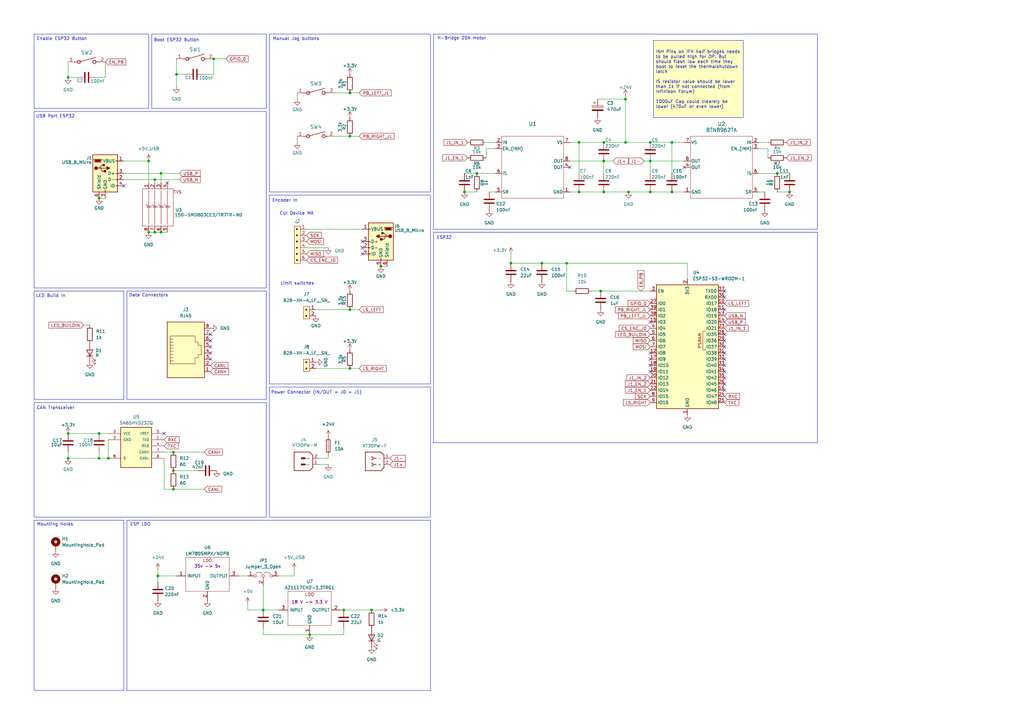
<source format=kicad_sch>
(kicad_sch (version 20231120) (generator "eeschema") (generator_version "8.0")
  (paper "A3")
  (title_block (title "Arm drive J0, j1") (rev "1") (company "Philippe Michaud") (comment 2 "Rev1: Added fuse to 24V in and to both h-bridges"))
  (junction (at 257.81 78.74))
  (junction (at 323.85 78.74))
  (junction (at 246.38 119.38))
  (junction (at 222.25 107.95))
  (junction (at 152.4 250.19))
  (junction (at 237.49 78.74))
  (junction (at 143.51 38.1))
  (junction (at 140.97 250.19))
  (junction (at 60.96 95.25))
  (junction (at 143.51 127))
  (junction (at 71.12 193.04))
  (junction (at 156.21 109.22))
  (junction (at 44.45 187.96))
  (junction (at 190.5 78.74))
  (junction (at 27.94 177.8))
  (junction (at 266.7 66.04))
  (junction (at 127 260.35))
  (junction (at 66.04 95.25))
  (junction (at 318.77 71.12))
  (junction (at 71.12 200.66))
  (junction (at 60.96 66.04))
  (junction (at 237.49 58.42))
  (junction (at 143.51 55.88))
  (junction (at 40.64 81.28))
  (junction (at 72.39 30.48))
  (junction (at 40.64 187.96))
  (junction (at 275.59 58.42))
  (junction (at 209.55 107.95))
  (junction (at 27.94 31.75))
  (junction (at 275.59 78.74))
  (junction (at 63.5 95.25))
  (junction (at 87.63 24.13))
  (junction (at 256.54 40.64))
  (junction (at 66.04 71.12))
  (junction (at 195.58 71.12))
  (junction (at 266.7 78.74))
  (junction (at 71.12 185.42))
  (junction (at 266.7 58.42))
  (junction (at 107.95 250.19))
  (junction (at 143.51 151.13))
  (junction (at 256.54 58.42))
  (junction (at 232.41 107.95))
  (junction (at 247.65 78.74))
  (junction (at 27.94 187.96))
  (junction (at 63.5 73.66))
  (junction (at 64.77 236.22))
  (junction (at 247.65 66.04))
  (junction (at 247.65 58.42))
  (junction (at 40.64 177.8))
  (no_connect (at 266.7 149.86))
  (no_connect (at 297.18 154.94))
  (no_connect (at 67.31 177.8))
  (no_connect (at 297.18 121.92))
  (no_connect (at 86.36 147.32))
  (no_connect (at 297.18 160.02))
  (no_connect (at 297.18 152.4))
  (no_connect (at 148.59 104.14))
  (no_connect (at 297.18 139.7))
  (no_connect (at 50.8 76.2))
  (no_connect (at 297.18 127))
  (no_connect (at 297.18 119.38))
  (no_connect (at 68.58 74.93))
  (no_connect (at 266.7 152.4))
  (no_connect (at 266.7 144.78))
  (no_connect (at 297.18 157.48))
  (no_connect (at 86.36 142.24))
  (no_connect (at 297.18 137.16))
  (no_connect (at 86.36 137.16))
  (no_connect (at 148.59 101.6))
  (no_connect (at 233.68 68.58))
  (no_connect (at 86.36 139.7))
  (no_connect (at 280.67 68.58))
  (no_connect (at 266.7 132.08))
  (no_connect (at 86.36 144.78))
  (no_connect (at 266.7 147.32))
  (no_connect (at 297.18 147.32))
  (no_connect (at 297.18 144.78))
  (no_connect (at 297.18 142.24))
  (no_connect (at 148.59 99.06))
  (no_connect (at 297.18 149.86))
  (wire (pts (xy 27.94 31.75) (xy 31.75 31.75)))
  (wire (pts (xy 92.71 24.13) (xy 87.63 24.13)))
  (wire (pts (xy 143.51 38.1) (xy 137.16 38.1)))
  (wire (pts (xy 63.5 73.66) (xy 73.66 73.66)))
  (wire (pts (xy 313.69 78.74) (xy 311.15 78.74)))
  (wire (pts (xy 242.57 119.38) (xy 246.38 119.38)))
  (wire (pts (xy 66.04 71.12) (xy 66.04 74.93)))
  (wire (pts (xy 281.94 107.95) (xy 281.94 114.3)))
  (wire (pts (xy 44.45 180.34) (xy 44.45 187.96)))
  (wire (pts (xy 125.73 93.98) (xy 148.59 93.98)))
  (wire (pts (xy 266.7 58.42) (xy 275.59 58.42)))
  (wire (pts (xy 275.59 58.42) (xy 280.67 58.42)))
  (wire (pts (xy 190.5 78.74) (xy 195.58 78.74)))
  (wire (pts (xy 195.58 71.12) (xy 203.2 71.12)))
  (wire (pts (xy 64.77 236.22) (xy 72.39 236.22)))
  (wire (pts (xy 107.95 240.03) (xy 107.95 250.19)))
  (wire (pts (xy 237.49 58.42) (xy 237.49 71.12)))
  (wire (pts (xy 72.39 35.56) (xy 72.39 30.48)))
  (wire (pts (xy 72.39 30.48) (xy 72.39 24.13)))
  (wire (pts (xy 140.97 257.81) (xy 140.97 260.35)))
  (wire (pts (xy 266.7 66.04) (xy 266.7 71.12)))
  (wire (pts (xy 121.92 40.64) (xy 121.92 38.1)))
  (wire (pts (xy 66.04 71.12) (xy 73.66 71.12)))
  (wire (pts (xy 209.55 107.95) (xy 222.25 107.95)))
  (wire (pts (xy 40.64 187.96) (xy 44.45 187.96)))
  (wire (pts (xy 257.81 78.74) (xy 266.7 78.74)))
  (wire (pts (xy 237.49 78.74) (xy 247.65 78.74)))
  (wire (pts (xy 60.96 66.04) (xy 60.96 74.93)))
  (wire (pts (xy 256.54 58.42) (xy 266.7 58.42)))
  (wire (pts (xy 50.8 71.12) (xy 66.04 71.12)))
  (wire (pts (xy 107.95 250.19) (xy 114.3 250.19)))
  (wire (pts (xy 83.82 30.48) (xy 87.63 30.48)))
  (wire (pts (xy 147.32 127) (xy 143.51 127)))
  (wire (pts (xy 140.97 260.35) (xy 127 260.35)))
  (wire (pts (xy 130.81 187.96) (xy 134.62 187.96)))
  (wire (pts (xy 143.51 127) (xy 129.54 127)))
  (wire (pts (xy 64.77 236.22) (xy 64.77 238.76)))
  (wire (pts (xy 246.38 119.38) (xy 266.7 119.38)))
  (wire (pts (xy 314.96 58.42) (xy 311.15 58.42)))
  (wire (pts (xy 222.25 107.95) (xy 232.41 107.95)))
  (wire (pts (xy 199.39 60.96) (xy 203.2 60.96)))
  (wire (pts (xy 87.63 30.48) (xy 87.63 24.13)))
  (wire (pts (xy 71.12 200.66) (xy 67.31 200.66)))
  (wire (pts (xy 107.95 257.81) (xy 107.95 260.35)))
  (wire (pts (xy 233.68 78.74) (xy 237.49 78.74)))
  (wire (pts (xy 233.68 66.04) (xy 247.65 66.04)))
  (wire (pts (xy 256.54 39.37) (xy 256.54 40.64)))
  (wire (pts (xy 275.59 58.42) (xy 275.59 71.12)))
  (wire (pts (xy 121.92 58.42) (xy 121.92 55.88)))
  (wire (pts (xy 156.21 250.19) (xy 152.4 250.19)))
  (wire (pts (xy 83.82 185.42) (xy 71.12 185.42)))
  (wire (pts (xy 199.39 58.42) (xy 203.2 58.42)))
  (wire (pts (xy 199.39 64.77) (xy 199.39 60.96)))
  (wire (pts (xy 120.65 236.22) (xy 114.3 236.22)))
  (wire (pts (xy 318.77 71.12) (xy 311.15 71.12)))
  (wire (pts (xy 137.16 55.88) (xy 143.51 55.88)))
  (wire (pts (xy 127 260.35) (xy 107.95 260.35)))
  (wire (pts (xy 120.65 233.68) (xy 120.65 236.22)))
  (wire (pts (xy 67.31 200.66) (xy 67.31 187.96)))
  (wire (pts (xy 281.94 107.95) (xy 232.41 107.95)))
  (wire (pts (xy 129.54 151.13) (xy 143.51 151.13)))
  (wire (pts (xy 40.64 81.28) (xy 43.18 81.28)))
  (wire (pts (xy 27.94 25.4) (xy 27.94 31.75)))
  (wire (pts (xy 101.6 247.65) (xy 101.6 250.19)))
  (wire (pts (xy 36.83 133.35) (xy 34.29 133.35)))
  (wire (pts (xy 152.4 250.19) (xy 140.97 250.19)))
  (wire (pts (xy 66.04 95.25) (xy 68.58 95.25)))
  (wire (pts (xy 275.59 78.74) (xy 280.67 78.74)))
  (wire (pts (xy 83.82 200.66) (xy 71.12 200.66)))
  (wire (pts (xy 147.32 151.13) (xy 143.51 151.13)))
  (wire (pts (xy 264.16 66.04) (xy 266.7 66.04)))
  (wire (pts (xy 256.54 40.64) (xy 256.54 58.42)))
  (wire (pts (xy 67.31 185.42) (xy 71.12 185.42)))
  (wire (pts (xy 130.81 190.5) (xy 134.62 190.5)))
  (wire (pts (xy 156.21 109.22) (xy 158.75 109.22)))
  (wire (pts (xy 60.96 95.25) (xy 63.5 95.25)))
  (wire (pts (xy 43.18 31.75) (xy 43.18 25.4)))
  (wire (pts (xy 247.65 78.74) (xy 257.81 78.74)))
  (wire (pts (xy 314.96 60.96) (xy 311.15 60.96)))
  (wire (pts (xy 27.94 187.96) (xy 40.64 187.96)))
  (wire (pts (xy 247.65 66.04) (xy 251.46 66.04)))
  (wire (pts (xy 40.64 177.8) (xy 44.45 177.8)))
  (wire (pts (xy 247.65 66.04) (xy 247.65 71.12)))
  (wire (pts (xy 27.94 177.8) (xy 40.64 177.8)))
  (wire (pts (xy 39.37 31.75) (xy 43.18 31.75)))
  (wire (pts (xy 134.62 186.69) (xy 134.62 187.96)))
  (wire (pts (xy 134.62 101.6) (xy 125.73 101.6)))
  (wire (pts (xy 245.11 40.64) (xy 256.54 40.64)))
  (wire (pts (xy 247.65 58.42) (xy 256.54 58.42)))
  (wire (pts (xy 27.94 185.42) (xy 27.94 187.96)))
  (wire (pts (xy 232.41 107.95) (xy 232.41 119.38)))
  (wire (pts (xy 50.8 66.04) (xy 60.96 66.04)))
  (wire (pts (xy 232.41 119.38) (xy 234.95 119.38)))
  (wire (pts (xy 64.77 233.68) (xy 64.77 236.22)))
  (wire (pts (xy 101.6 250.19) (xy 107.95 250.19)))
  (wire (pts (xy 323.85 71.12) (xy 318.77 71.12)))
  (wire (pts (xy 81.28 193.04) (xy 71.12 193.04)))
  (wire (pts (xy 190.5 71.12) (xy 195.58 71.12)))
  (wire (pts (xy 97.79 236.22) (xy 101.6 236.22)))
  (wire (pts (xy 63.5 73.66) (xy 63.5 74.93)))
  (wire (pts (xy 143.51 55.88) (xy 147.32 55.88)))
  (wire (pts (xy 209.55 104.14) (xy 209.55 107.95)))
  (wire (pts (xy 50.8 73.66) (xy 63.5 73.66)))
  (wire (pts (xy 200.66 78.74) (xy 203.2 78.74)))
  (wire (pts (xy 40.64 185.42) (xy 40.64 187.96)))
  (wire (pts (xy 140.97 250.19) (xy 139.7 250.19)))
  (wire (pts (xy 147.32 38.1) (xy 143.51 38.1)))
  (wire (pts (xy 233.68 58.42) (xy 237.49 58.42)))
  (wire (pts (xy 266.7 78.74) (xy 275.59 78.74)))
  (wire (pts (xy 314.96 64.77) (xy 314.96 60.96)))
  (wire (pts (xy 237.49 58.42) (xy 247.65 58.42)))
  (wire (pts (xy 63.5 95.25) (xy 66.04 95.25)))
  (wire (pts (xy 266.7 66.04) (xy 280.67 66.04)))
  (wire (pts (xy 323.85 78.74) (xy 318.77 78.74)))
  (wire (pts (xy 76.2 30.48) (xy 72.39 30.48)))
  (rectangle (start 110.49 13.97) (end 176.53 78.74))
  (rectangle (start 62.23 13.97) (end 109.22 44.45))
  (rectangle (start 13.97 119.38) (end 50.8 163.83))
  (rectangle (start 177.8 95.25) (end 335.28 181.61))
  (rectangle (start 110.49 158.75) (end 176.53 212.09))
  (rectangle (start 13.97 213.36) (end 50.8 283.21))
  (rectangle (start 177.8 13.97) (end 335.28 93.98))
  (rectangle (start 13.97 45.72) (end 109.22 118.11))
  (rectangle (start 13.97 13.97) (end 60.96 44.45))
  (rectangle (start 13.97 165.1) (end 109.22 212.09))
  (rectangle (start 52.07 119.38) (end 109.22 163.83))
  (rectangle (start 52.07 213.36) (end 176.53 283.21))
  (rectangle (start 110.49 80.01) (end 176.53 157.48))
  (text_box "INH Pins on IFX half bridges needs to be pulled high for OP. But should flash low each time they boot to reset the thermalshutdown latch\n\nIS resistor value should be lower than 1k if not connected (from Infinieon Forum)\n\n1000uF Cap could clearely be lower (470uF or even lower)" (at 267.97 16.51 0) (size 36.83 31.75) (fill (type color) (color 255 255 194 1)) (effects (font (size 1.27 1.27)) (justify left)))
  (text "Boot ESP32 Button" (at 72.39 16.51 0) (effects (font (size 1.27 1.27))))
  (text "LED Build In" (at 14.732 121.412 0) (effects (font (size 1.27 1.27)) (justify left)))
  (text "Enable ESP32 Button" (at 25.4 16.002 0) (effects (font (size 1.27 1.27))))
  (text "CAN Transceiver" (at 14.986 167.386 0) (effects (font (size 1.27 1.27)) (justify left)))
  (text "Encoder In" (at 116.84 82.296 0) (effects (font (size 1.27 1.27))))
  (text "Limit switches" (at 121.92 116.332 0) (effects (font (size 1.27 1.27))))
  (text "Power Connector (IN/OUT + J0 + J1)" (at 129.794 161.036 0) (effects (font (size 1.27 1.27))))
  (text "ESP LDO" (at 53.34 215.138 0) (effects (font (size 1.27 1.27)) (justify left)))
  (text "Manual Jog buttons" (at 121.412 16.002 0) (effects (font (size 1.27 1.27))))
  (text "Data Connectors" (at 60.96 121.158 0) (effects (font (size 1.27 1.27))))
  (text "H-Bridge 20A motor" (at 179.324 15.748 0) (effects (font (size 1.27 1.27)) (justify left)))
  (text "Mounting Holes" (at 22.606 215.138 0) (effects (font (size 1.27 1.27))))
  (text "USB Port ESP32" (at 14.732 47.752 0) (effects (font (size 1.27 1.27)) (justify left)))
  (text "CUI Device MA" (at 121.666 87.63 0) (effects (font (size 1.27 1.27))))
  (text "ESP32" (at 179.07 97.536 0) (effects (font (size 1.27 1.27)) (justify left)))
  (global_label "CANH" (shape input) (at 86.36 152.4 0) (property "Intersheetrefs" "${INTERSHEET_REFS}" (effects (hide yes))))
  (global_label "J1+" (shape input) (at 251.46 66.04 0) (property "Intersheetrefs" "${INTERSHEET_REFS}" (effects (hide yes))))
  (global_label "SCK" (shape input) (at 125.73 96.52 0) (property "Intersheetrefs" "${INTERSHEET_REFS}" (effects (hide yes))))
  (global_label "J1_EN_2" (shape input) (at 322.58 64.77 0) (property "Intersheetrefs" "${INTERSHEET_REFS}" (effects (hide yes))))
  (global_label "PB_LEFT_JL" (shape input) (at 266.7 129.54 180) (property "Intersheetrefs" "${INTERSHEET_REFS}" (effects (hide yes))))
  (global_label "MOSI" (shape input) (at 266.7 142.24 180) (property "Intersheetrefs" "${INTERSHEET_REFS}" (effects (hide yes))))
  (global_label "J1_IN_1" (shape input) (at 191.77 58.42 180) (property "Intersheetrefs" "${INTERSHEET_REFS}" (effects (hide yes))))
  (global_label "J1-" (shape input) (at 264.16 66.04 180) (property "Intersheetrefs" "${INTERSHEET_REFS}" (effects (hide yes))))
  (global_label "MOSI" (shape input) (at 125.73 99.06 0) (property "Intersheetrefs" "${INTERSHEET_REFS}" (effects (hide yes))))
  (global_label "PB_RIGHT_JL" (shape input) (at 147.32 55.88 0) (property "Intersheetrefs" "${INTERSHEET_REFS}" (effects (hide yes))))
  (global_label "SCK" (shape input) (at 266.7 162.56 180) (property "Intersheetrefs" "${INTERSHEET_REFS}" (effects (hide yes))))
  (global_label "RXC" (shape input) (at 297.18 162.56 0) (property "Intersheetrefs" "${INTERSHEET_REFS}" (effects (hide yes))))
  (global_label "USB_N" (shape input) (at 297.18 129.54 0) (property "Intersheetrefs" "${INTERSHEET_REFS}" (effects (hide yes))))
  (global_label "PB_LEFT_JL" (shape input) (at 147.32 38.1 0) (property "Intersheetrefs" "${INTERSHEET_REFS}" (effects (hide yes))))
  (global_label "USB_P" (shape input) (at 73.66 71.12 0) (property "Intersheetrefs" "${INTERSHEET_REFS}" (effects (hide yes))))
  (global_label "CANL" (shape input) (at 83.82 200.66 0) (property "Intersheetrefs" "${INTERSHEET_REFS}" (effects (hide yes))))
  (global_label "J1-" (shape input) (at 160.02 187.96 0) (property "Intersheetrefs" "${INTERSHEET_REFS}" (effects (hide yes))))
  (global_label "CANL" (shape input) (at 86.36 149.86 0) (property "Intersheetrefs" "${INTERSHEET_REFS}" (effects (hide yes))))
  (global_label "LS_RIGHT" (shape input) (at 147.32 151.13 0) (property "Intersheetrefs" "${INTERSHEET_REFS}" (effects (hide yes))))
  (global_label "GPIO_0" (shape input) (at 92.71 24.13 0) (property "Intersheetrefs" "${INTERSHEET_REFS}" (effects (hide yes))))
  (global_label "RXC" (shape input) (at 67.31 180.34 0) (property "Intersheetrefs" "${INTERSHEET_REFS}" (effects (hide yes))))
  (global_label "J1_EN_2" (shape input) (at 266.7 157.48 180) (property "Intersheetrefs" "${INTERSHEET_REFS}" (effects (hide yes))))
  (global_label "GPIO_0" (shape input) (at 266.7 124.46 180) (property "Intersheetrefs" "${INTERSHEET_REFS}" (effects (hide yes))))
  (global_label "LED_BUILDIN" (shape input) (at 34.29 133.35 180) (property "Intersheetrefs" "${INTERSHEET_REFS}" (effects (hide yes))))
  (global_label "TXC" (shape input) (at 67.31 182.88 0) (property "Intersheetrefs" "${INTERSHEET_REFS}" (effects (hide yes))))
  (global_label "J1_IN_1" (shape input) (at 297.18 134.62 0) (property "Intersheetrefs" "${INTERSHEET_REFS}" (effects (hide yes))))
  (global_label "J1_IN_2" (shape input) (at 266.7 154.94 180) (property "Intersheetrefs" "${INTERSHEET_REFS}" (effects (hide yes))))
  (global_label "USB_N" (shape input) (at 73.66 73.66 0) (property "Intersheetrefs" "${INTERSHEET_REFS}" (effects (hide yes))))
  (global_label "CS_ENC_J0" (shape input) (at 266.7 134.62 180) (property "Intersheetrefs" "${INTERSHEET_REFS}" (effects (hide yes))))
  (global_label "EN_PB" (shape input) (at 43.18 25.4 0) (property "Intersheetrefs" "${INTERSHEET_REFS}" (effects (hide yes))))
  (global_label "J1+" (shape input) (at 160.02 190.5 0) (property "Intersheetrefs" "${INTERSHEET_REFS}" (effects (hide yes))))
  (global_label "EN_PB" (shape input) (at 262.89 119.38 90) (property "Intersheetrefs" "${INTERSHEET_REFS}" (effects (hide yes))))
  (global_label "CS_ENC_J0" (shape input) (at 125.73 106.68 0) (property "Intersheetrefs" "${INTERSHEET_REFS}" (effects (hide yes))))
  (global_label "J1_EN_1" (shape input) (at 266.7 160.02 180) (property "Intersheetrefs" "${INTERSHEET_REFS}" (effects (hide yes))))
  (global_label "PB_RIGHT_JL" (shape input) (at 266.7 127 180) (property "Intersheetrefs" "${INTERSHEET_REFS}" (effects (hide yes))))
  (global_label "CANH" (shape input) (at 83.82 185.42 0) (property "Intersheetrefs" "${INTERSHEET_REFS}" (effects (hide yes))))
  (global_label "MISO" (shape input) (at 266.7 139.7 180) (property "Intersheetrefs" "${INTERSHEET_REFS}" (effects (hide yes))))
  (global_label "J1_IN_2" (shape input) (at 322.58 58.42 0) (property "Intersheetrefs" "${INTERSHEET_REFS}" (effects (hide yes))))
  (global_label "TXC" (shape input) (at 297.18 165.1 0) (property "Intersheetrefs" "${INTERSHEET_REFS}" (effects (hide yes))))
  (global_label "LED_BUILDIN" (shape input) (at 266.7 137.16 180) (property "Intersheetrefs" "${INTERSHEET_REFS}" (effects (hide yes))))
  (global_label "J1_EN_1" (shape input) (at 191.77 64.77 180) (property "Intersheetrefs" "${INTERSHEET_REFS}" (effects (hide yes))))
  (global_label "LS_LEFT" (shape input) (at 297.18 124.46 0) (property "Intersheetrefs" "${INTERSHEET_REFS}" (effects (hide yes))))
  (global_label "USB_P" (shape input) (at 297.18 132.08 0) (property "Intersheetrefs" "${INTERSHEET_REFS}" (effects (hide yes))))
  (global_label "LS_RIGHT" (shape input) (at 266.7 165.1 180) (property "Intersheetrefs" "${INTERSHEET_REFS}" (effects (hide yes))))
  (global_label "MISO" (shape input) (at 125.73 104.14 0) (property "Intersheetrefs" "${INTERSHEET_REFS}" (effects (hide yes))))
  (global_label "LS_LEFT" (shape input) (at 147.32 127 0) (property "Intersheetrefs" "${INTERSHEET_REFS}" (effects (hide yes))))
  (symbol (lib_id "power:+3.3V") (at 143.51 48.26 0) (unit 1)
    (property "Reference" "#PWR06" (effects (hide yes)))
    (property "Value" "+3.3V" (at 143.51 44.704 0))
    (property "Description" "Power symbol creates a global label with name \"+3.3V\"" (effects (hide yes)))
  )
  (symbol (lib_id "Device:C") (at 27.94 181.61 0) (unit 1)
    (property "Reference" "C17" (at 21.59 180.594 0) (effects (justify left)))
    (property "Value" "10uF" (at 20.828 182.372 0) (effects (justify left)))
    (property "Footprint" "Capacitor_SMD:C_0805_2012Metric_Pad1.18x1.45mm_HandSolder" (effects (hide yes)))
    (property "Description" "Unpolarized capacitor" (effects (hide yes)))
  )
  (symbol (lib_id "power:GND") (at 27.94 31.75 0) (unit 1)
    (property "Reference" "#PWR02" (effects (hide yes)))
    (property "Value" "GND" (at 27.94 36.83 0))
    (property "Description" "Power symbol creates a global label with name \"GND\" , ground" (effects (hide yes)))
  )
  (symbol (lib_id "Device:R") (at 143.51 52.07 180) (unit 1)
    (property "Reference" "R2" (at 141.224 52.07 90))
    (property "Value" "3.3k" (at 139.446 52.07 90))
    (property "Footprint" "Resistor_SMD:R_0805_2012Metric_Pad1.20x1.40mm_HandSolder" (effects (hide yes)))
    (property "Description" "Resistor" (effects (hide yes)))
  )
  (symbol (lib_id "power:GND") (at 88.9 193.04 0) (unit 1)
    (property "Reference" "#PWR032" (effects (hide yes)))
    (property "Value" "GND" (at 91.44 194.3099 0) (effects (justify left)))
    (property "Description" "Power symbol creates a global label with name \"GND\" , ground" (effects (hide yes)))
  )
  (symbol (lib_id "Device:C") (at 190.5 74.93 0) (unit 1)
    (property "Reference" "C6" (at 190.754 70.104 0) (effects (justify left)))
    (property "Value" "1nF" (at 190.754 72.644 0) (effects (justify left)))
    (property "Footprint" "Capacitor_SMD:C_0805_2012Metric_Pad1.18x1.45mm_HandSolder" (effects (hide yes)))
    (property "Description" "Unpolarized capacitor, 24V" (effects (hide yes)))
  )
  (symbol (lib_id "power:+3.3V") (at 156.21 250.19 270) (unit 1)
    (property "Reference" "#PWR040" (effects (hide yes)))
    (property "Value" "+3.3V" (at 160.02 250.1899 90) (effects (justify left)))
    (property "Description" "Power symbol creates a global label with name \"+3.3V\"" (effects (hide yes)))
  )
  (symbol (lib_id "power:GND") (at 60.96 95.25 0) (unit 1)
    (property "Reference" "#PWR018" (effects (hide yes)))
    (property "Value" "GND" (at 60.96 100.33 0))
    (property "Description" "Power symbol creates a global label with name \"GND\" , ground" (effects (hide yes)))
  )
  (symbol (lib_id "Custom:TVS_-_150-SMDB03CE3/TR7TR-ND") (at 64.77 85.09 0) (unit 1)
    (property "Reference" "U3" (at 71.882 86.106 0) (effects (justify left)))
    (property "Value" "150-SMDB03CE3/TR7TR-ND" (at 71.628 88.138 0) (effects (justify left)))
    (property "Footprint" "Package_SO:SOIC-8-1EP_3.9x4.9mm_P1.27mm_EP2.29x3mm" (effects (hide yes)))
    (property "Datasheet" "150-SMDB03CE3/TR7TR-ND" (effects (hide yes)))
  )
  (symbol (lib_id "Custom:JST6_Pins") (at 123.19 92.71 270) (unit 1)
    (property "Reference" "J2" (at 121.92 90.678 90))
    (property "Value" "~" (at 121.92 91.44 90))
    (property "Footprint" "Connector_JST:JST_XH_B6B-XH-A_1x06_P2.50mm_Vertical" (effects (hide yes)))
  )
  (symbol (lib_id "power:+7.5V") (at 27.94 177.8 0) (unit 1)
    (property "Reference" "#PWR030" (effects (hide yes)))
    (property "Value" "+3.3V" (at 27.94 174.244 0))
    (property "Description" "Power symbol creates a global label with name \"+7.5V\"" (effects (hide yes)))
  )
  (symbol (lib_id "power:+3.3V") (at 143.51 30.48 0) (unit 1)
    (property "Reference" "#PWR01" (effects (hide yes)))
    (property "Value" "+3.3V" (at 143.51 26.924 0))
    (property "Description" "Power symbol creates a global label with name \"+3.3V\"" (effects (hide yes)))
  )
  (symbol (lib_id "Device:C") (at 140.97 254 0) (unit 1)
    (property "Reference" "C22" (at 143.764 252.73 0) (effects (justify left)))
    (property "Value" "22uF" (at 143.764 255.27 0) (effects (justify left)))
    (property "Footprint" "Capacitor_SMD:C_0805_2012Metric_Pad1.18x1.45mm_HandSolder" (effects (hide yes)))
    (property "Description" "Unpolarized capacitor" (effects (hide yes)))
  )
  (symbol (lib_id "Device:R") (at 238.76 119.38 90) (unit 1)
    (property "Reference" "R10" (at 238.76 113.03 90))
    (property "Value" "10k" (at 238.76 115.57 90))
    (property "Footprint" "Resistor_SMD:R_0805_2012Metric_Pad1.20x1.40mm_HandSolder" (effects (hide yes)))
    (property "Description" "Resistor" (effects (hide yes)))
  )
  (symbol (lib_id "Connector:USB_B_Micro") (at 156.21 99.06 0) (mirror y) (unit 1)
    (property "Reference" "J6" (at 162.814 92.71 0))
    (property "Value" "USB_B_Micro" (at 167.894 94.488 0))
    (property "Footprint" "Connector_USB:USB_Micro-B_Amphenol_10118193-0001LF_Horizontal" (effects (hide yes)))
    (property "Datasheet" "https://www.digikey.com/en/products/detail/amphenol-cs-fci/10118193-0001LF/2785388" (effects (hide yes)))
    (property "Description" "USB Micro Type B connector" (effects (hide yes)))
  )
  (symbol (lib_id "Device:C") (at 40.64 181.61 0) (unit 1)
    (property "Reference" "C18" (at 34.29 180.594 0) (effects (justify left)))
    (property "Value" "100nF" (at 32.258 182.372 0) (effects (justify left)))
    (property "Footprint" "Capacitor_SMD:C_0805_2012Metric_Pad1.18x1.45mm_HandSolder" (effects (hide yes)))
    (property "Description" "Unpolarized capacitor" (effects (hide yes)))
  )
  (symbol (lib_id "power:GND") (at 222.25 115.57 0) (unit 1)
    (property "Reference" "#PWR023" (effects (hide yes)))
    (property "Value" "GND" (at 222.25 120.65 0))
    (property "Description" "Power symbol creates a global label with name \"GND\" , ground" (effects (hide yes)))
  )
  (symbol (lib_id "power:GND") (at 209.55 115.57 0) (unit 1)
    (property "Reference" "#PWR022" (effects (hide yes)))
    (property "Value" "GND" (at 209.55 120.65 0))
    (property "Description" "Power symbol creates a global label with name \"GND\" , ground" (effects (hide yes)))
  )
  (symbol (lib_id "Device:C") (at 237.49 74.93 0) (unit 1)
    (property "Reference" "C7" (at 237.744 70.104 0) (effects (justify left)))
    (property "Value" "100nF" (at 237.744 72.644 0) (effects (justify left)))
    (property "Footprint" "Capacitor_SMD:C_0805_2012Metric_Pad1.18x1.45mm_HandSolder" (effects (hide yes)))
    (property "Description" "Unpolarized capacitor, 24V" (effects (hide yes)))
  )
  (symbol (lib_id "Device:C") (at 246.38 123.19 0) (unit 1)
    (property "Reference" "C16" (at 250.19 121.9199 0) (effects (justify left)))
    (property "Value" "1uF" (at 250.19 124.4599 0) (effects (justify left)))
    (property "Footprint" "Capacitor_SMD:C_0805_2012Metric_Pad1.18x1.45mm_HandSolder" (effects (hide yes)))
    (property "Description" "Unpolarized capacitor" (effects (hide yes)))
  )
  (symbol (lib_id "Device:Fuse") (at 134.62 182.88 0) (unit 1)
    (property "Reference" "F1" (at 137.16 181.6099 0) (effects (justify left)))
    (property "Value" "10A" (at 137.16 184.1499 0) (effects (justify left)))
    (property "Footprint" "3568-20:FUSE_3568-20" (effects (hide yes)))
    (property "Description" "Fuse" (effects (hide yes)))
  )
  (symbol (lib_id "Device:LED") (at 36.83 144.78 90) (unit 1)
    (property "Reference" "D1" (at 39.116 143.764 90) (effects (justify right)))
    (property "Value" "R" (at 39.116 145.796 90) (effects (justify right)))
    (property "Footprint" "LED_SMD:LED_0805_2012Metric_Pad1.15x1.40mm_HandSolder" (effects (hide yes)))
    (property "Datasheet" "https://www.we-online.com/components/products/datasheet/150080SS75000.pdf" (effects (hide yes)))
    (property "Description" "Light emitting diode | 150080SS75000" (effects (hide yes)))
  )
  (symbol (lib_id "RF_Module:ESP32-S3-WROOM-1") (at 281.94 142.24 0) (unit 1)
    (property "Reference" "U4" (at 284.1341 111.76 0) (effects (justify left)))
    (property "Value" "ESP32-S3-WROOM-1" (at 284.1341 114.3 0) (effects (justify left)))
    (property "Footprint" "RF_Module:ESP32-S3-WROOM-1" (effects (hide yes)))
    (property "Datasheet" "https://www.espressif.com/sites/default/files/documentation/esp32-s3-wroom-1_wroom-1u_datasheet_en.pdf" (effects (hide yes)))
    (property "Description" "RF Module, ESP32-S3 SoC, Wi-Fi 802.11b/g/n, Bluetooth, BLE, 32-bit, 3.3V, onboard antenna, SMD" (effects (hide yes)))
  )
  (symbol (lib_id "power:GND") (at 40.64 81.28 0) (unit 1)
    (property "Reference" "#PWR015" (effects (hide yes)))
    (property "Value" "GND" (at 40.64 85.344 0))
    (property "Description" "Power symbol creates a global label with name \"GND\" , ground" (effects (hide yes)))
  )
  (symbol (lib_id "power:GND") (at 86.36 134.62 90) (unit 1)
    (property "Reference" "#PWR025" (effects (hide yes)))
    (property "Value" "GND" (at 90.17 134.6199 90) (effects (justify right)))
    (property "Description" "Power symbol creates a global label with name \"GND\" , ground" (effects (hide yes)))
  )
  (symbol (lib_id "TS09_63_25_WT_160_SMT_TR:TS09-63-25-WT-160-SMT-TR") (at 72.39 24.13 0) (unit 1)
    (property "Reference" "SW1" (at 80.01 20.32 0) (effects (font (size 1.524 1.524))))
    (property "Value" "TS09-63-25-WT-160-SMT-TR" (effects (hide yes)))
    (property "Footprint" "TS09_63_25_WT_160_SMT_TR:SW_TS09-63-25_CUD" (effects (hide yes)))
    (property "Datasheet" "TS09-63-25-WT-160-SMT-TR" (effects (hide yes)))
  )
  (symbol (lib_id "power:GND") (at 190.5 78.74 0) (mirror y) (unit 1)
    (property "Reference" "#PWR012" (effects (hide yes)))
    (property "Value" "GND" (at 190.5 83.82 0))
    (property "Description" "Power symbol creates a global label with name \"GND\" , ground" (effects (hide yes)))
  )
  (symbol (lib_id "power:GND") (at 323.85 78.74 0) (unit 1)
    (property "Reference" "#PWR014" (effects (hide yes)))
    (property "Value" "GND" (at 323.85 83.82 0))
    (property "Description" "Power symbol creates a global label with name \"GND\" , ground" (effects (hide yes)))
  )
  (symbol (lib_id "power:GND") (at 121.92 58.42 0) (unit 1)
    (property "Reference" "#PWR08" (effects (hide yes)))
    (property "Value" "GND" (at 119.888 62.738 0) (effects (justify left)))
    (property "Description" "Power symbol creates a global label with name \"GND\" , ground" (effects (hide yes)))
  )
  (symbol (lib_id "power:GND") (at 85.09 246.38 0) (unit 1)
    (property "Reference" "#PWR038" (effects (hide yes)))
    (property "Value" "GND" (at 85.09 251.46 0))
    (property "Description" "Power symbol creates a global label with name \"GND\" , ground" (effects (hide yes)))
  )
  (symbol (lib_id "power:GND") (at 121.92 40.64 0) (unit 1)
    (property "Reference" "#PWR03" (effects (hide yes)))
    (property "Value" "GND" (at 119.888 44.958 0) (effects (justify left)))
    (property "Description" "Power symbol creates a global label with name \"GND\" , ground" (effects (hide yes)))
  )
  (symbol (lib_id "power:+5V") (at 120.65 233.68 0) (unit 1)
    (property "Reference" "#PWR035" (effects (hide yes)))
    (property "Value" "+5V_USB" (at 120.65 228.6 0))
    (property "Description" "Power symbol creates a global label with name \"+5V\"" (effects (hide yes)))
  )
  (symbol (lib_id "power:GND") (at 129.54 148.59 90) (mirror x) (unit 1)
    (property "Reference" "#PWR011" (effects (hide yes)))
    (property "Value" "GND" (at 133.604 150.622 0) (effects (justify right)))
    (property "Description" "Power symbol creates a global label with name \"GND\" , ground" (effects (hide yes)))
  )
  (symbol (lib_id "power:GND") (at 156.21 109.22 0) (unit 1)
    (property "Reference" "#PWR045" (effects (hide yes)))
    (property "Value" "GND" (at 156.21 113.284 0))
    (property "Description" "Power symbol creates a global label with name \"GND\" , ground" (effects (hide yes)))
  )
  (symbol (lib_id "power:GND") (at 22.86 241.3 0) (unit 1)
    (property "Reference" "#PWR036" (effects (hide yes)))
    (property "Value" "GND" (at 22.86 246.38 0))
    (property "Description" "Power symbol creates a global label with name \"GND\" , ground" (effects (hide yes)))
  )
  (symbol (lib_id "Device:R") (at 152.4 254 180) (unit 1)
    (property "Reference" "R14" (at 154.94 252.7299 0) (effects (justify right)))
    (property "Value" "1k" (at 154.94 255.2699 0) (effects (justify right)))
    (property "Footprint" "Resistor_SMD:R_0805_2012Metric_Pad1.20x1.40mm_HandSolder" (effects (hide yes)))
    (property "Description" "Resistor" (effects (hide yes)))
  )
  (symbol (lib_id "Device:R") (at 36.83 137.16 180) (unit 1)
    (property "Reference" "R11" (at 39.37 135.8899 0) (effects (justify right)))
    (property "Value" "1k" (at 39.37 138.4299 0) (effects (justify right)))
    (property "Footprint" "Resistor_SMD:R_0805_2012Metric_Pad1.20x1.40mm_HandSolder" (effects (hide yes)))
    (property "Description" "Resistor" (effects (hide yes)))
  )
  (symbol (lib_id "Device:LED") (at 152.4 261.62 90) (unit 1)
    (property "Reference" "D2" (at 154.686 260.604 90) (effects (justify right)))
    (property "Value" "G" (at 154.686 262.636 90) (effects (justify right)))
    (property "Footprint" "LED_SMD:LED_0805_2012Metric_Pad1.15x1.40mm_HandSolder" (effects (hide yes)))
    (property "Datasheet" "https://www.we-online.com/components/products/datasheet/150080SS75000.pdf" (effects (hide yes)))
    (property "Description" "Light emitting diode | 150080SS75000" (effects (hide yes)))
  )
  (symbol (lib_id "Device:R") (at 195.58 74.93 0) (mirror y) (unit 1)
    (property "Reference" "R8" (at 197.866 74.93 90))
    (property "Value" "1k" (at 199.39 74.93 90))
    (property "Footprint" "Resistor_SMD:R_0805_2012Metric_Pad1.20x1.40mm_HandSolder" (effects (hide yes)))
    (property "Description" "Resistor" (effects (hide yes)))
  )
  (symbol (lib_name "LDO_3_1") (lib_id "Custom:LDO_3") (at 85.09 224.79 0) (unit 1)
    (property "Reference" "U6" (at 85.09 224.536 0))
    (property "Value" "LM7805MPX/NOPB" (at 85.09 227.076 0))
    (property "Footprint" "Package_TO_SOT_SMD:SOT-223-3_TabPin2" (effects (hide yes)))
    (property "Description" "35v -> 5v" (at 85.09 232.156 0))
  )
  (symbol (lib_id "power:+5V") (at 60.96 66.04 0) (unit 1)
    (property "Reference" "#PWR010" (effects (hide yes)))
    (property "Value" "+5V_USB" (at 60.96 60.96 0))
    (property "Description" "Power symbol creates a global label with name \"+5V\"" (effects (hide yes)))
  )
  (symbol (lib_id "Device:C") (at 266.7 74.93 0) (unit 1)
    (property "Reference" "C9" (at 267.208 70.104 0) (effects (justify left)))
    (property "Value" "220nF" (at 267.208 72.644 0) (effects (justify left)))
    (property "Footprint" "Capacitor_SMD:C_0805_2012Metric_Pad1.18x1.45mm_HandSolder" (effects (hide yes)))
    (property "Description" "Unpolarized capacitor, 24V" (effects (hide yes)))
  )
  (symbol (lib_id "power:GND") (at 246.38 127 0) (unit 1)
    (property "Reference" "#PWR024" (effects (hide yes)))
    (property "Value" "GND" (at 246.38 132.08 0))
    (property "Description" "Power symbol creates a global label with name \"GND\" , ground" (effects (hide yes)))
  )
  (symbol (lib_id "Device:C") (at 247.65 74.93 0) (unit 1)
    (property "Reference" "C8" (at 248.158 70.104 0) (effects (justify left)))
    (property "Value" "220nF" (at 248.158 72.644 0) (effects (justify left)))
    (property "Footprint" "Capacitor_SMD:C_0805_2012Metric_Pad1.18x1.45mm_HandSolder" (effects (hide yes)))
    (property "Description" "Unpolarized capacitor, 24V" (effects (hide yes)))
  )
  (symbol (lib_id "Device:R") (at 71.12 189.23 180) (unit 1)
    (property "Reference" "R12" (at 73.66 187.9599 0) (effects (justify right)))
    (property "Value" "60" (at 73.66 190.4999 0) (effects (justify right)))
    (property "Footprint" "Resistor_SMD:R_0805_2012Metric_Pad1.20x1.40mm_HandSolder" (effects (hide yes)))
    (property "Description" "Resistor" (effects (hide yes)))
  )
  (symbol (lib_id "TS09_63_25_WT_160_SMT_TR:TS09-63-25-WT-160-SMT-TR") (at 121.92 55.88 0) (unit 1)
    (property "Reference" "SW4" (at 129.54 52.07 0) (effects (font (size 1.524 1.524))))
    (property "Value" "TS09-63-25-WT-160-SMT-TR" (effects (hide yes)))
    (property "Footprint" "TS09_63_25_WT_160_SMT_TR:SW_TS09-63-25_CUD" (effects (hide yes)))
    (property "Datasheet" "TS09-63-25-WT-160-SMT-TR" (effects (hide yes)))
  )
  (symbol (lib_id "Custom:LDO_3") (at 127 238.76 0) (unit 1)
    (property "Reference" "U7" (at 127 238.506 0))
    (property "Value" "AZ1117CH2-3.3TRG1" (at 127 241.046 0))
    (property "Footprint" "Package_TO_SOT_SMD:SOT-223-3_TabPin2" (effects (hide yes)))
    (property "Description" "18 V -> 3.3 V" (at 127 246.888 0))
  )
  (symbol (lib_id "Device:C") (at 200.66 82.55 0) (unit 1)
    (property "Reference" "C12" (at 203.454 83.566 0) (effects (justify left)))
    (property "Value" "100nF" (at 203.454 86.106 0) (effects (justify left)))
    (property "Footprint" "Capacitor_SMD:C_0805_2012Metric_Pad1.18x1.45mm_HandSolder" (effects (hide yes)))
    (property "Description" "Unpolarized capacitor, 24V" (effects (hide yes)))
  )
  (symbol (lib_id "power:GND") (at 27.94 187.96 0) (unit 1)
    (property "Reference" "#PWR031" (effects (hide yes)))
    (property "Value" "GND" (at 25.908 192.532 0) (effects (justify left)))
    (property "Description" "Power symbol creates a global label with name \"GND\" , ground" (effects (hide yes)))
  )
  (symbol (lib_id "Device:C") (at 275.59 74.93 0) (unit 1)
    (property "Reference" "C10" (at 275.844 70.104 0) (effects (justify left)))
    (property "Value" "100nF" (at 275.844 72.644 0) (effects (justify left)))
    (property "Footprint" "Capacitor_SMD:C_0805_2012Metric_Pad1.18x1.45mm_HandSolder" (effects (hide yes)))
    (property "Description" "Unpolarized capacitor, 24V" (effects (hide yes)))
  )
  (symbol (lib_id "Device:C") (at 64.77 242.57 0) (unit 1)
    (property "Reference" "C20" (at 67.564 241.3 0) (effects (justify left)))
    (property "Value" "220nF" (at 67.564 243.84 0) (effects (justify left)))
    (property "Footprint" "Capacitor_SMD:C_0805_2012Metric_Pad1.18x1.45mm_HandSolder" (effects (hide yes)))
    (property "Description" "Unpolarized capacitor" (effects (hide yes)))
  )
  (symbol (lib_id "2024-04-18_22-38-51:IFX007TAUMA1") (at 295.91 49.53 0) (mirror y) (unit 1)
    (property "Reference" "U2" (at 295.91 50.8 0) (effects (font (size 1.524 1.524))))
    (property "Value" "BTN8962TA" (at 295.91 53.34 0) (effects (font (size 1.524 1.524))))
    (property "Footprint" "footprints:PG-TO263-7-1_INF-M" (effects (hide yes)))
  )
  (symbol (lib_id "power:GND") (at 134.62 190.5 0) (unit 1)
    (property "Reference" "#PWR028" (effects (hide yes)))
    (property "Value" "GND" (at 134.62 195.58 0))
    (property "Description" "Power symbol creates a global label with name \"GND\" , ground" (effects (hide yes)))
  )
  (symbol (lib_id "Device:C") (at 85.09 193.04 270) (unit 1)
    (property "Reference" "C19" (at 79.756 189.738 90) (effects (justify left)))
    (property "Value" "47nF" (at 78.74 191.516 90) (effects (justify left)))
    (property "Footprint" "Capacitor_SMD:C_0805_2012Metric_Pad1.18x1.45mm_HandSolder" (effects (hide yes)))
    (property "Description" "Unpolarized capacitor" (effects (hide yes)))
  )
  (symbol (lib_id "Device:R") (at 318.77 58.42 90) (unit 1)
    (property "Reference" "R4" (at 318.77 60.706 90))
    (property "Value" "10k" (at 318.77 62.23 90))
    (property "Footprint" "Resistor_SMD:R_0805_2012Metric_Pad1.20x1.40mm_HandSolder" (effects (hide yes)))
    (property "Description" "Resistor" (effects (hide yes)))
  )
  (symbol (lib_id "Device:C_Polarized") (at 245.11 44.45 0) (unit 1)
    (property "Reference" "C3" (at 248.92 42.2909 0) (effects (justify left)))
    (property "Value" "470uF" (at 248.92 44.8309 0) (effects (justify left)))
    (property "Footprint" "Capacitor_THT:CP_Radial_D8.0mm_P3.50mm" (effects (hide yes)))
    (property "Description" "EEU-FR1V471L" (effects (hide yes)))
  )
  (symbol (lib_id "power:GND") (at 134.62 101.6 0) (unit 1)
    (property "Reference" "#PWR021" (effects (hide yes)))
    (property "Value" "GND" (at 137.16 102.8699 0) (effects (justify left)))
    (property "Description" "Power symbol creates a global label with name \"GND\" , ground" (effects (hide yes)))
  )
  (symbol (lib_id "dk_Rectangular-Connectors-Headers-Male-Pins:B2B-XH-A_LF__SN_") (at 127 148.59 270) (unit 1)
    (property "Reference" "J8" (at 125.73 142.24 90))
    (property "Value" "B2B-XH-A_LF__SN_" (at 125.73 144.78 90))
    (property "Footprint" "Connector_JST:JST_XH_B2B-XH-A_1x02_P2.50mm_Vertical" (effects (hide yes)))
    (property "Datasheet" "http://www.jst-mfg.com/product/pdf/eng/eXH.pdf" (effects (hide yes)))
    (property "Description" "CONN HEADER VERT 2POS 2.5MM" (effects (hide yes)))
    (property "Digi-Key_PN" "455-2247-ND" (effects (hide yes)))
    (property "MPN" "B2B-XH-A(LF)(SN)" (effects (hide yes)))
    (property "Category" "Connectors, Interconnects" (effects (hide yes)))
    (property "Family" "Rectangular Connectors - Headers, Male Pins" (effects (hide yes)))
    (property "DK_Datasheet_Link" "http://www.jst-mfg.com/product/pdf/eng/eXH.pdf" (effects (hide yes)))
    (property "DK_Detail_Page" "/product-detail/en/jst-sales-america-inc/B2B-XH-A(LF)(SN)/455-2247-ND/1651045" (effects (hide yes)))
    (property "Description_1" "CONN HEADER VERT 2POS 2.5MM" (effects (hide yes)))
    (property "Manufacturer" "JST Sales America Inc." (effects (hide yes)))
    (property "Status" "Active" (effects (hide yes)))
  )
  (symbol (lib_id "power:+24V") (at 64.77 233.68 0) (unit 1)
    (property "Reference" "#PWR034" (effects (hide yes)))
    (property "Value" "+24V" (at 64.77 228.6 0))
    (property "Description" "Power symbol creates a global label with name \"+24V\"" (effects (hide yes)))
  )
  (symbol (lib_id "Device:C") (at 247.65 62.23 0) (unit 1)
    (property "Reference" "C4" (at 248.158 57.404 0) (effects (justify left)))
    (property "Value" "220nF" (at 248.158 59.944 0) (effects (justify left)))
    (property "Footprint" "Capacitor_SMD:C_0805_2012Metric_Pad1.18x1.45mm_HandSolder" (effects (hide yes)))
    (property "Description" "Unpolarized capacitor, 24V" (effects (hide yes)))
  )
  (symbol (lib_id "power:GND") (at 281.94 170.18 0) (unit 1)
    (property "Reference" "#PWR029" (effects (hide yes)))
    (property "Value" "GND" (at 281.94 175.26 0))
    (property "Description" "Power symbol creates a global label with name \"GND\" , ground" (effects (hide yes)))
  )
  (symbol (lib_id "Device:R") (at 318.77 64.77 90) (unit 1)
    (property "Reference" "R7" (at 318.77 67.056 90))
    (property "Value" "10k" (at 318.77 68.58 90))
    (property "Footprint" "Resistor_SMD:R_0805_2012Metric_Pad1.20x1.40mm_HandSolder" (effects (hide yes)))
    (property "Description" "Resistor" (effects (hide yes)))
  )
  (symbol (lib_id "power:GND") (at 129.54 129.54 0) (mirror y) (unit 1)
    (property "Reference" "#PWR046" (effects (hide yes)))
    (property "Value" "GND" (at 127.508 133.604 0) (effects (justify right)))
    (property "Description" "Power symbol creates a global label with name \"GND\" , ground" (effects (hide yes)))
  )
  (symbol (lib_id "Device:C") (at 35.56 31.75 90) (unit 1)
    (property "Reference" "C2" (at 32.766 33.02 90))
    (property "Value" "100nF" (at 40.132 33.274 90))
    (property "Footprint" "Capacitor_SMD:C_0805_2012Metric_Pad1.18x1.45mm_HandSolder" (effects (hide yes)))
    (property "Description" "Unpolarized capacitor" (effects (hide yes)))
  )
  (symbol (lib_id "TS09_63_25_WT_160_SMT_TR:TS09-63-25-WT-160-SMT-TR") (at 27.94 25.4 0) (unit 1)
    (property "Reference" "SW2" (at 35.56 21.59 0) (effects (font (size 1.524 1.524))))
    (property "Value" "TS09-63-25-WT-160-SMT-TR" (effects (hide yes)))
    (property "Footprint" "TS09_63_25_WT_160_SMT_TR:SW_TS09-63-25_CUD" (effects (hide yes)))
    (property "Datasheet" "TS09-63-25-WT-160-SMT-TR" (effects (hide yes)))
  )
  (symbol (lib_id "Mechanical:MountingHole_Pad") (at 22.86 223.52 0) (unit 1) (exclude_from_sim yes) (in_bom no)
    (property "Reference" "H1" (at 25.4 220.9799 0) (effects (justify left)))
    (property "Value" "MountingHole_Pad" (at 25.4 223.5199 0) (effects (justify left)))
    (property "Footprint" "MountingHole:MountingHole_3.2mm_M3_DIN965_Pad_TopBottom" (effects (hide yes)))
    (property "Description" "Mounting Hole with connection" (effects (hide yes)))
  )
  (symbol (lib_id "power:GND") (at 36.83 148.59 0) (unit 1)
    (property "Reference" "#PWR027" (effects (hide yes)))
    (property "Value" "GND" (at 36.83 153.67 0))
    (property "Description" "Power symbol creates a global label with name \"GND\" , ground" (effects (hide yes)))
  )
  (symbol (lib_id "Device:R") (at 143.51 34.29 0) (unit 1)
    (property "Reference" "R1" (at 141.224 34.29 90))
    (property "Value" "3.3k" (at 139.7 34.29 90))
    (property "Footprint" "Resistor_SMD:R_0805_2012Metric_Pad1.20x1.40mm_HandSolder" (effects (hide yes)))
    (property "Description" "Resistor" (effects (hide yes)))
  )
  (symbol (lib_id "power:GND") (at 127 260.35 0) (unit 1)
    (property "Reference" "#PWR042" (effects (hide yes)))
    (property "Value" "GND" (at 127 265.43 0))
    (property "Description" "Power symbol creates a global label with name \"GND\" , ground" (effects (hide yes)))
  )
  (symbol (lib_id "Device:C") (at 80.01 30.48 90) (unit 1)
    (property "Reference" "C1" (at 77.216 31.75 90))
    (property "Value" "100nF" (at 84.582 32.004 90))
    (property "Footprint" "Capacitor_SMD:C_0805_2012Metric_Pad1.18x1.45mm_HandSolder" (effects (hide yes)))
    (property "Description" "Unpolarized capacitor" (effects (hide yes)))
  )
  (symbol (lib_id "power:+7.5V") (at 256.54 39.37 0) (unit 1)
    (property "Reference" "#PWR05" (effects (hide yes)))
    (property "Value" "+24V" (at 256.54 35.814 0))
    (property "Description" "Power symbol creates a global label with name \"+7.5V\"" (effects (hide yes)))
  )
  (symbol (lib_id "Device:C") (at 209.55 111.76 0) (unit 1)
    (property "Reference" "C14" (at 213.36 110.4899 0) (effects (justify left)))
    (property "Value" "22uF" (at 213.36 113.0299 0) (effects (justify left)))
    (property "Footprint" "Capacitor_SMD:C_0805_2012Metric_Pad1.18x1.45mm_HandSolder" (effects (hide yes)))
    (property "Description" "Unpolarized capacitor" (effects (hide yes)))
  )
  (symbol (lib_id "Connector:USB_B_Micro") (at 43.18 71.12 0) (unit 1)
    (property "Reference" "J1" (at 36.576 64.77 0))
    (property "Value" "USB_B_Micro" (at 31.496 66.548 0))
    (property "Footprint" "Connector_USB:USB_Micro-B_Amphenol_10118193-0001LF_Horizontal" (effects (hide yes)))
    (property "Datasheet" "https://www.digikey.com/en/products/detail/amphenol-cs-fci/10118193-0001LF/2785388" (effects (hide yes)))
    (property "Description" "USB Micro Type B connector" (effects (hide yes)))
  )
  (symbol (lib_id "XT30PW-M:XT30PW-M") (at 128.27 187.96 0) (unit 1)
    (property "Reference" "J4" (at 124.46 180.34 0))
    (property "Value" "XT30PW-M" (at 124.968 182.626 0))
    (property "Footprint" "Connector_AMASS:AMASS_XT60-M_1x02_P7.20mm_Vertical" (effects (hide yes)))
    (property "MF" "AMASS" (effects (hide yes)))
    (property "MAXIMUM_PACKAGE_HEIGHT" "5 mm" (effects (hide yes)))
    (property "Package" "None" (effects (hide yes)))
    (property "Price" "None" (effects (hide yes)))
    (property "Check_prices" "https://www.snapeda.com/parts/XT30PW-M/AMASS/view-part/?ref=eda" (effects (hide yes)))
    (property "STANDARD" "Manufacturer Recommendations" (effects (hide yes)))
    (property "PARTREV" "1.2" (effects (hide yes)))
    (property "SnapEDA_Link" "https://www.snapeda.com/parts/XT30PW-M/AMASS/view-part/?ref=snap" (effects (hide yes)))
    (property "MP" "XT30PW-M" (effects (hide yes)))
    (property "Description_1" "\nSocket; DC supply; XT30; male; PIN: 2; on PCBs; THT; Colour: yellow\n" (effects (hide yes)))
    (property "MANUFACTURER" "Amass" (effects (hide yes)))
    (property "Availability" "Not in stock" (effects (hide yes)))
    (property "SNAPEDA_PN" "XT30PW-M" (effects (hide yes)))
  )
  (symbol (lib_id "Device:R") (at 71.12 196.85 180) (unit 1)
    (property "Reference" "R13" (at 73.66 195.5799 0) (effects (justify right)))
    (property "Value" "60" (at 73.66 198.1199 0) (effects (justify right)))
    (property "Footprint" "Resistor_SMD:R_0805_2012Metric_Pad1.20x1.40mm_HandSolder" (effects (hide yes)))
    (property "Description" "Resistor" (effects (hide yes)))
  )
  (symbol (lib_id "power:+3.3V") (at 209.55 104.14 0) (unit 1)
    (property "Reference" "#PWR020" (effects (hide yes)))
    (property "Value" "+3.3V" (at 204.978 102.616 0))
    (property "Description" "Power symbol creates a global label with name \"+3.3V\"" (effects (hide yes)))
  )
  (symbol (lib_id "TS09_63_25_WT_160_SMT_TR:TS09-63-25-WT-160-SMT-TR") (at 121.92 38.1 0) (unit 1)
    (property "Reference" "SW3" (at 129.54 34.29 0) (effects (font (size 1.524 1.524))))
    (property "Value" "TS09-63-25-WT-160-SMT-TR" (effects (hide yes)))
    (property "Footprint" "TS09_63_25_WT_160_SMT_TR:SW_TS09-63-25_CUD" (effects (hide yes)))
    (property "Datasheet" "TS09-63-25-WT-160-SMT-TR" (effects (hide yes)))
  )
  (symbol (lib_id "Device:C") (at 107.95 254 0) (unit 1)
    (property "Reference" "C21" (at 111.76 252.7299 0) (effects (justify left)))
    (property "Value" "10uF" (at 111.76 255.2699 0) (effects (justify left)))
    (property "Footprint" "Capacitor_SMD:C_0805_2012Metric_Pad1.18x1.45mm_HandSolder" (effects (hide yes)))
    (property "Description" "Unpolarized capacitor" (effects (hide yes)))
  )
  (symbol (lib_id "power:+3.3V") (at 143.51 119.38 0) (unit 1)
    (property "Reference" "#PWR019" (effects (hide yes)))
    (property "Value" "+3.3V" (at 143.51 115.824 0))
    (property "Description" "Power symbol creates a global label with name \"+3.3V\"" (effects (hide yes)))
  )
  (symbol (lib_id "Device:C") (at 323.85 74.93 0) (mirror y) (unit 1)
    (property "Reference" "C11" (at 323.596 70.104 0) (effects (justify left)))
    (property "Value" "1nF" (at 323.596 72.644 0) (effects (justify left)))
    (property "Footprint" "Capacitor_SMD:C_0805_2012Metric_Pad1.18x1.45mm_HandSolder" (effects (hide yes)))
    (property "Description" "Unpolarized capacitor, 24V" (effects (hide yes)))
  )
  (symbol (lib_id "TJA1050T_CM_118:TJA1050T_CM_118") (at 55.88 182.88 0) (unit 1)
    (property "Reference" "U5" (at 55.88 170.942 0))
    (property "Value" "SN65HVD232Q" (at 55.88 173.482 0))
    (property "Footprint" "TJA1050T_CM_118:SOIC127P600X175-8N" (effects (hide yes)))
    (property "PARTREV" "4" (effects (hide yes)))
    (property "STANDARD" "IPC 7351B" (effects (hide yes)))
    (property "MAXIMUM_PACKAGE_HEIGHT" "1.75 mm" (effects (hide yes)))
    (property "MANUFACTURER" "NXP USA" (effects (hide yes)))
  )
  (symbol (lib_id "Device:R") (at 195.58 58.42 270) (mirror x) (unit 1)
    (property "Reference" "R3" (at 195.58 60.706 90))
    (property "Value" "10k" (at 195.58 62.23 90))
    (property "Footprint" "Resistor_SMD:R_0805_2012Metric_Pad1.20x1.40mm_HandSolder" (effects (hide yes)))
    (property "Description" "Resistor" (effects (hide yes)))
  )
  (symbol (lib_id "power:GND") (at 200.66 86.36 0) (mirror y) (unit 1)
    (property "Reference" "#PWR016" (effects (hide yes)))
    (property "Value" "GND" (at 200.66 91.44 0))
    (property "Description" "Power symbol creates a global label with name \"GND\" , ground" (effects (hide yes)))
  )
  (symbol (lib_id "Jumper:Jumper_3_Open") (at 107.95 236.22 0) (unit 1) (exclude_from_sim yes)
    (property "Reference" "JP1" (at 107.95 229.87 0))
    (property "Value" "Jumper_3_Open" (at 107.95 232.41 0))
    (property "Footprint" "Connector_PinHeader_2.54mm:PinHeader_1x03_P2.54mm_Vertical" (effects (hide yes)))
    (property "Description" "Jumper, 3-pole, both open" (effects (hide yes)))
  )
  (symbol (lib_id "Device:C") (at 266.7 62.23 0) (unit 1)
    (property "Reference" "C5" (at 267.208 57.404 0) (effects (justify left)))
    (property "Value" "220nF" (at 267.208 59.944 0) (effects (justify left)))
    (property "Footprint" "Capacitor_SMD:C_0805_2012Metric_Pad1.18x1.45mm_HandSolder" (effects (hide yes)))
    (property "Description" "Unpolarized capacitor, 24V" (effects (hide yes)))
  )
  (symbol (lib_id "XT30PW-F:XT30PW-F") (at 157.48 187.96 0) (unit 1)
    (property "Reference" "J5" (at 153.67 180.34 0))
    (property "Value" "XT30PW-F" (at 153.67 182.88 0))
    (property "Footprint" "Connector_AMASS:AMASS_XT30PW-F_1x02_P2.50mm_Horizontal" (effects (hide yes)))
    (property "MF" "amass" (effects (hide yes)))
    (property "MAXIMUM_PACKAGE_HEIGHT" "5 mm" (effects (hide yes)))
    (property "Package" "None" (effects (hide yes)))
    (property "Price" "None" (effects (hide yes)))
    (property "Check_prices" "https://www.snapeda.com/parts/XT30PW-F/AMASS/view-part/?ref=eda" (effects (hide yes)))
    (property "STANDARD" "Manufacturer Recommendations" (effects (hide yes)))
    (property "PARTREV" "1.2" (effects (hide yes)))
    (property "SnapEDA_Link" "https://www.snapeda.com/parts/XT30PW-F/AMASS/view-part/?ref=snap" (effects (hide yes)))
    (property "MP" "XT30PW-F" (effects (hide yes)))
    (property "Description_1" "\nSocket; DC supply; XT30; female; PIN: 2; on PCBs; THT; yellow; 15A\n" (effects (hide yes)))
    (property "MANUFACTURER" "Amass" (effects (hide yes)))
    (property "Availability" "Not in stock" (effects (hide yes)))
    (property "SNAPEDA_PN" "XT30PW-F" (effects (hide yes)))
  )
  (symbol (lib_id "Device:C") (at 222.25 111.76 0) (unit 1)
    (property "Reference" "C15" (at 226.06 110.4899 0) (effects (justify left)))
    (property "Value" "100nF" (at 226.06 113.0299 0) (effects (justify left)))
    (property "Footprint" "Capacitor_SMD:C_0805_2012Metric_Pad1.18x1.45mm_HandSolder" (effects (hide yes)))
    (property "Description" "Unpolarized capacitor" (effects (hide yes)))
  )
  (symbol (lib_id "power:+5V") (at 101.6 247.65 0) (unit 1)
    (property "Reference" "#PWR039" (effects (hide yes)))
    (property "Value" "+5V" (at 101.6 242.57 0))
    (property "Description" "Power symbol creates a global label with name \"+5V\"" (effects (hide yes)))
  )
  (symbol (lib_id "Device:R") (at 195.58 64.77 270) (mirror x) (unit 1)
    (property "Reference" "R6" (at 195.58 67.056 90))
    (property "Value" "10k" (at 195.58 68.58 90))
    (property "Footprint" "Resistor_SMD:R_0805_2012Metric_Pad1.20x1.40mm_HandSolder" (effects (hide yes)))
    (property "Description" "Resistor" (effects (hide yes)))
  )
  (symbol (lib_id "Connector:RJ45") (at 76.2 144.78 0) (unit 1)
    (property "Reference" "J3" (at 76.2 127 0))
    (property "Value" "RJ45" (at 76.2 129.54 0))
    (property "Footprint" "A-2014-2-4-N-T-R:ASSMANN_A-2014-2-4-N-T-R" (effects (hide yes)))
    (property "Description" "RJ connector, 8P8C (8 positions 8 connected)" (effects (hide yes)))
  )
  (symbol (lib_id "power:GND") (at 72.39 35.56 0) (unit 1)
    (property "Reference" "#PWR04" (effects (hide yes)))
    (property "Value" "GND" (at 72.39 40.64 0))
    (property "Description" "Power symbol creates a global label with name \"GND\" , ground" (effects (hide yes)))
  )
  (symbol (lib_id "dk_Rectangular-Connectors-Headers-Male-Pins:B2B-XH-A_LF__SN_") (at 127 127 270) (unit 1)
    (property "Reference" "J7" (at 125.73 120.65 90))
    (property "Value" "B2B-XH-A_LF__SN_" (at 125.73 123.19 90))
    (property "Footprint" "Connector_JST:JST_XH_B2B-XH-A_1x02_P2.50mm_Vertical" (effects (hide yes)))
    (property "Datasheet" "http://www.jst-mfg.com/product/pdf/eng/eXH.pdf" (effects (hide yes)))
    (property "Description" "CONN HEADER VERT 2POS 2.5MM" (effects (hide yes)))
    (property "Digi-Key_PN" "455-2247-ND" (effects (hide yes)))
    (property "MPN" "B2B-XH-A(LF)(SN)" (effects (hide yes)))
    (property "Category" "Connectors, Interconnects" (effects (hide yes)))
    (property "Family" "Rectangular Connectors - Headers, Male Pins" (effects (hide yes)))
    (property "DK_Datasheet_Link" "http://www.jst-mfg.com/product/pdf/eng/eXH.pdf" (effects (hide yes)))
    (property "DK_Detail_Page" "/product-detail/en/jst-sales-america-inc/B2B-XH-A(LF)(SN)/455-2247-ND/1651045" (effects (hide yes)))
    (property "Description_1" "CONN HEADER VERT 2POS 2.5MM" (effects (hide yes)))
    (property "Manufacturer" "JST Sales America Inc." (effects (hide yes)))
    (property "Status" "Active" (effects (hide yes)))
  )
  (symbol (lib_id "2024-04-18_22-38-51:IFX007TAUMA1") (at 218.44 49.53 0) (unit 1)
    (property "Reference" "U1" (at 218.44 50.8 0) (effects (font (size 1.524 1.524))))
    (property "Value" "BTN8962TA" (effects (hide yes)))
    (property "Footprint" "footprints:PG-TO263-7-1_INF-M" (effects (hide yes)))
  )
  (symbol (lib_id "power:GND") (at 22.86 226.06 0) (unit 1)
    (property "Reference" "#PWR033" (effects (hide yes)))
    (property "Value" "GND" (at 22.86 231.14 0))
    (property "Description" "Power symbol creates a global label with name \"GND\" , ground" (effects (hide yes)))
  )
  (symbol (lib_id "power:GND") (at 245.11 48.26 0) (mirror y) (unit 1)
    (property "Reference" "#PWR07" (effects (hide yes)))
    (property "Value" "GND" (at 245.11 53.34 0))
    (property "Description" "Power symbol creates a global label with name \"GND\" , ground" (effects (hide yes)))
  )
  (symbol (lib_id "Device:R") (at 318.77 74.93 0) (unit 1)
    (property "Reference" "R9" (at 316.484 74.93 90))
    (property "Value" "1k" (at 314.96 74.93 90))
    (property "Footprint" "Resistor_SMD:R_0805_2012Metric_Pad1.20x1.40mm_HandSolder" (effects (hide yes)))
    (property "Description" "Resistor" (effects (hide yes)))
  )
  (symbol (lib_id "Device:R") (at 143.51 123.19 0) (mirror x) (unit 1)
    (property "Reference" "R15" (at 141.224 123.19 90))
    (property "Value" "3.3k" (at 139.7 123.19 90))
    (property "Footprint" "Resistor_SMD:R_0805_2012Metric_Pad1.20x1.40mm_HandSolder" (effects (hide yes)))
    (property "Description" "Resistor" (effects (hide yes)))
  )
  (symbol (lib_id "power:GND") (at 64.77 246.38 0) (unit 1)
    (property "Reference" "#PWR037" (effects (hide yes)))
    (property "Value" "GND" (at 64.77 251.46 0))
    (property "Description" "Power symbol creates a global label with name \"GND\" , ground" (effects (hide yes)))
  )
  (symbol (lib_id "power:+3.3V") (at 143.51 143.51 0) (unit 1)
    (property "Reference" "#PWR09" (effects (hide yes)))
    (property "Value" "+3.3V" (at 143.51 139.954 0))
    (property "Description" "Power symbol creates a global label with name \"+3.3V\"" (effects (hide yes)))
  )
  (symbol (lib_id "Device:C") (at 313.69 82.55 0) (mirror y) (unit 1)
    (property "Reference" "C13" (at 310.896 83.566 0) (effects (justify left)))
    (property "Value" "100nF" (at 310.896 86.106 0) (effects (justify left)))
    (property "Footprint" "Capacitor_SMD:C_0805_2012Metric_Pad1.18x1.45mm_HandSolder" (effects (hide yes)))
    (property "Description" "Unpolarized capacitor, 24V" (effects (hide yes)))
  )
  (symbol (lib_id "Mechanical:MountingHole_Pad") (at 22.86 238.76 0) (unit 1) (exclude_from_sim yes) (in_bom no)
    (property "Reference" "H2" (at 25.4 236.2199 0) (effects (justify left)))
    (property "Value" "MountingHole_Pad" (at 25.4 238.7599 0) (effects (justify left)))
    (property "Footprint" "MountingHole:MountingHole_3.2mm_M3_DIN965_Pad_TopBottom" (effects (hide yes)))
    (property "Description" "Mounting Hole with connection" (effects (hide yes)))
  )
  (symbol (lib_id "power:GND") (at 313.69 86.36 0) (unit 1)
    (property "Reference" "#PWR017" (effects (hide yes)))
    (property "Value" "GND" (at 313.69 91.44 0))
    (property "Description" "Power symbol creates a global label with name \"GND\" , ground" (effects (hide yes)))
  )
  (symbol (lib_id "power:GND") (at 257.81 78.74 0) (mirror y) (unit 1)
    (property "Reference" "#PWR013" (effects (hide yes)))
    (property "Value" "GND" (at 257.81 83.82 0))
    (property "Description" "Power symbol creates a global label with name \"GND\" , ground" (effects (hide yes)))
  )
  (symbol (lib_id "Device:R") (at 143.51 147.32 0) (mirror x) (unit 1)
    (property "Reference" "R5" (at 141.224 147.32 90))
    (property "Value" "3.3k" (at 139.7 147.32 90))
    (property "Footprint" "Resistor_SMD:R_0805_2012Metric_Pad1.20x1.40mm_HandSolder" (effects (hide yes)))
    (property "Description" "Resistor" (effects (hide yes)))
  )
  (symbol (lib_id "power:+5V") (at 134.62 179.07 0) (unit 1)
    (property "Reference" "#PWR026" (effects (hide yes)))
    (property "Value" "+24V" (at 134.62 173.99 0))
    (property "Description" "Power symbol creates a global label with name \"+5V\"" (effects (hide yes)))
  )
  (symbol (lib_id "power:GND") (at 152.4 265.43 0) (unit 1)
    (property "Reference" "#PWR043" (effects (hide yes)))
    (property "Value" "GND" (at 152.4 270.51 0))
    (property "Description" "Power symbol creates a global label with name \"GND\" , ground" (effects (hide yes)))
  )
)
</source>
